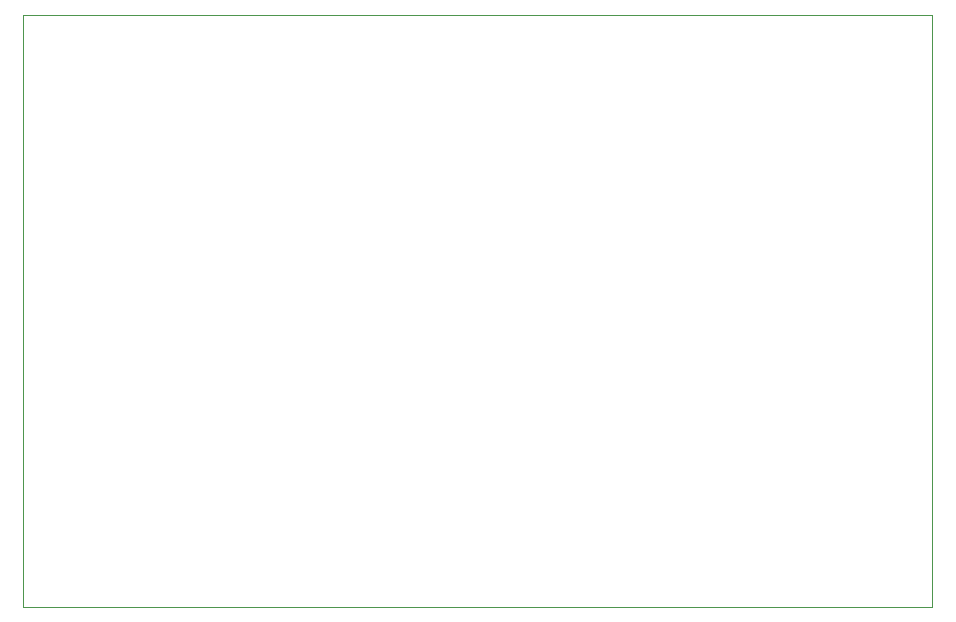
<source format=gbr>
%TF.GenerationSoftware,KiCad,Pcbnew,(5.1.9-0-10_14)*%
%TF.CreationDate,2021-04-08T19:41:26-04:00*%
%TF.ProjectId,RoboCloud,526f626f-436c-46f7-9564-2e6b69636164,rev?*%
%TF.SameCoordinates,Original*%
%TF.FileFunction,Profile,NP*%
%FSLAX46Y46*%
G04 Gerber Fmt 4.6, Leading zero omitted, Abs format (unit mm)*
G04 Created by KiCad (PCBNEW (5.1.9-0-10_14)) date 2021-04-08 19:41:26*
%MOMM*%
%LPD*%
G01*
G04 APERTURE LIST*
%TA.AperFunction,Profile*%
%ADD10C,0.100000*%
%TD*%
G04 APERTURE END LIST*
D10*
X197612000Y-62674500D02*
X197612000Y-112776000D01*
X120650000Y-62674500D02*
X197612000Y-62674500D01*
X120650000Y-112776000D02*
X120650000Y-62674500D01*
X197612000Y-112776000D02*
X120650000Y-112776000D01*
M02*

</source>
